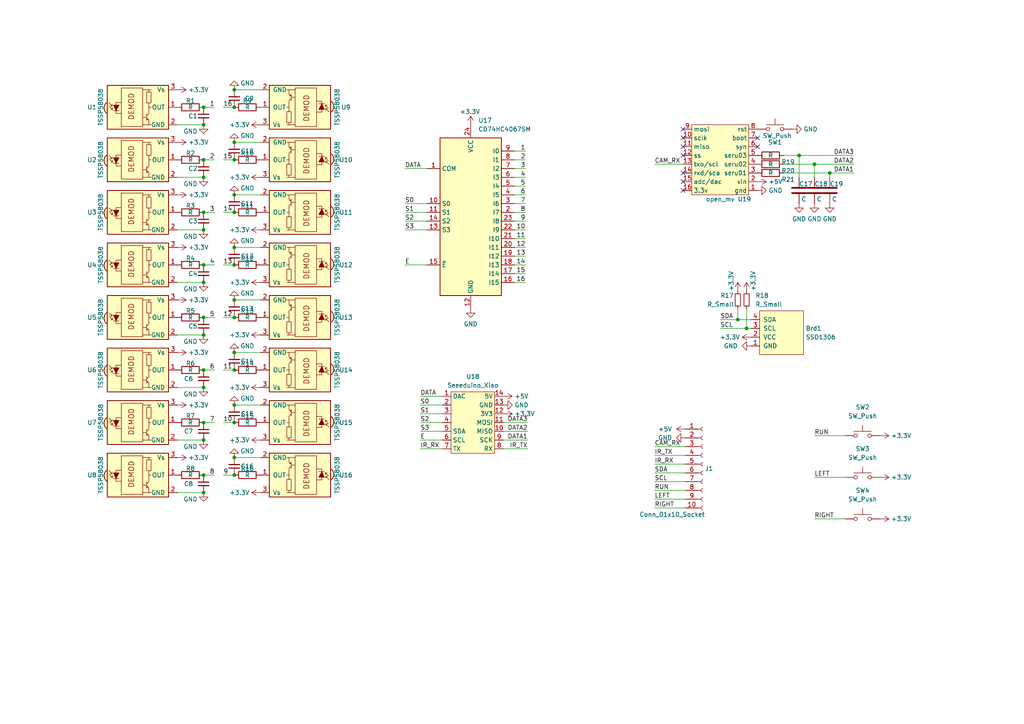
<source format=kicad_sch>
(kicad_sch (version 20230121) (generator eeschema)
  (paper "A4")
  (lib_symbols
    (symbol "74xx:CD74HC4067SM"
      (property "Reference" "U" (at -8.89 22.86 0))
      (property "Value" "CD74HC4067SM" (at 1.27 22.86 0))
      (symbol "CD74HC4067SM_0_1"
        (rectangle (start -8.89 21.59) (end 8.89 -24.13) (stroke (width 0.254)) (fill (type background)))
      )
      (symbol "CD74HC4067SM_1_1"
        (pin passive line (at -12.7 12.7 0) (length 3.81) (name "COM") (number "1"))
        (pin input line (at -12.7 2.54 0) (length 3.81) (name "S0") (number "10"))
        (pin input line (at -12.7 0 0) (length 3.81) (name "S1") (number "11"))
        (pin power_in line (at 0 -27.94 90) (length 3.81) (name "GND") (number "12"))
        (pin input line (at -12.7 -5.08 0) (length 3.81) (name "S3") (number "13"))
        (pin input line (at -12.7 -2.54 0) (length 3.81) (name "S2") (number "14"))
        (pin input line (at -12.7 -15.24 0) (length 3.81) (name "~{E}") (number "15"))
        (pin passive line (at 12.7 -20.32 180) (length 3.81) (name "I15") (number "16"))
        (pin passive line (at 12.7 -17.78 180) (length 3.81) (name "I14") (number "17"))
        (pin passive line (at 12.7 -15.24 180) (length 3.81) (name "I13") (number "18"))
        (pin passive line (at 12.7 -12.7 180) (length 3.81) (name "I12") (number "19"))
        (pin passive line (at 12.7 0 180) (length 3.81) (name "I7") (number "2"))
        (pin passive line (at 12.7 -10.16 180) (length 3.81) (name "I11") (number "20"))
        (pin passive line (at 12.7 -7.62 180) (length 3.81) (name "I10") (number "21"))
        (pin passive line (at 12.7 -5.08 180) (length 3.81) (name "I9") (number "22"))
        (pin passive line (at 12.7 -2.54 180) (length 3.81) (name "I8") (number "23"))
        (pin power_in line (at 0 25.4 270) (length 3.81) (name "VCC") (number "24"))
        (pin passive line (at 12.7 2.54 180) (length 3.81) (name "I6") (number "3"))
        (pin passive line (at 12.7 5.08 180) (length 3.81) (name "I5") (number "4"))
        (pin passive line (at 12.7 7.62 180) (length 3.81) (name "I4") (number "5"))
        (pin passive line (at 12.7 10.16 180) (length 3.81) (name "I3") (number "6"))
        (pin passive line (at 12.7 12.7 180) (length 3.81) (name "I2") (number "7"))
        (pin passive line (at 12.7 15.24 180) (length 3.81) (name "I1") (number "8"))
        (pin passive line (at 12.7 17.78 180) (length 3.81) (name "I0") (number "9"))
      )
    )
    (symbol "Connector:Conn_01x10_Socket" (pin_names (offset 1.016) hide)
      (property "Reference" "J" (at 0 12.7 0))
      (property "Value" "Conn_01x10_Socket" (at 0 -15.24 0))
      (symbol "Conn_01x10_Socket_1_1"
        (arc (start 0 -12.192) (mid -0.5058 -12.7) (end 0 -13.208) (stroke (width 0.1524)))
        (arc (start 0 -9.652) (mid -0.5058 -10.16) (end 0 -10.668) (stroke (width 0.1524)))
        (arc (start 0 -7.112) (mid -0.5058 -7.62) (end 0 -8.128) (stroke (width 0.1524)))
        (arc (start 0 -4.572) (mid -0.5058 -5.08) (end 0 -5.588) (stroke (width 0.1524)))
        (arc (start 0 -2.032) (mid -0.5058 -2.54) (end 0 -3.048) (stroke (width 0.1524)))
        (polyline (pts (xy -1.27 -12.7) (xy -0.508 -12.7)) (stroke (width 0.1524)))
        (polyline (pts (xy -1.27 -10.16) (xy -0.508 -10.16)) (stroke (width 0.1524)))
        (polyline (pts (xy -1.27 -7.62) (xy -0.508 -7.62)) (stroke (width 0.1524)))
        (polyline (pts (xy -1.27 -5.08) (xy -0.508 -5.08)) (stroke (width 0.1524)))
        (polyline (pts (xy -1.27 -2.54) (xy -0.508 -2.54)) (stroke (width 0.1524)))
        (polyline (pts (xy -1.27 0) (xy -0.508 0)) (stroke (width 0.1524)))
        (polyline (pts (xy -1.27 2.54) (xy -0.508 2.54)) (stroke (width 0.1524)))
        (polyline (pts (xy -1.27 5.08) (xy -0.508 5.08)) (stroke (width 0.1524)))
        (polyline (pts (xy -1.27 7.62) (xy -0.508 7.62)) (stroke (width 0.1524)))
        (polyline (pts (xy -1.27 10.16) (xy -0.508 10.16)) (stroke (width 0.1524)))
        (arc (start 0 0.508) (mid -0.5058 0) (end 0 -0.508) (stroke (width 0.1524)))
        (arc (start 0 3.048) (mid -0.5058 2.54) (end 0 2.032) (stroke (width 0.1524)))
        (arc (start 0 5.588) (mid -0.5058 5.08) (end 0 4.572) (stroke (width 0.1524)))
        (arc (start 0 8.128) (mid -0.5058 7.62) (end 0 7.112) (stroke (width 0.1524)))
        (arc (start 0 10.668) (mid -0.5058 10.16) (end 0 9.652) (stroke (width 0.1524)))
        (pin passive line (at -5.08 10.16 0) (length 3.81) (name "Pin_1") (number "1"))
        (pin passive line (at -5.08 -12.7 0) (length 3.81) (name "Pin_10") (number "10"))
        (pin passive line (at -5.08 7.62 0) (length 3.81) (name "Pin_2") (number "2"))
        (pin passive line (at -5.08 5.08 0) (length 3.81) (name "Pin_3") (number "3"))
        (pin passive line (at -5.08 2.54 0) (length 3.81) (name "Pin_4") (number "4"))
        (pin passive line (at -5.08 0 0) (length 3.81) (name "Pin_5") (number "5"))
        (pin passive line (at -5.08 -2.54 0) (length 3.81) (name "Pin_6") (number "6"))
        (pin passive line (at -5.08 -5.08 0) (length 3.81) (name "Pin_7") (number "7"))
        (pin passive line (at -5.08 -7.62 0) (length 3.81) (name "Pin_8") (number "8"))
        (pin passive line (at -5.08 -10.16 0) (length 3.81) (name "Pin_9") (number "9"))
      )
    )
    (symbol "Device:C" (pin_numbers hide) (pin_names (offset 0.254))
      (property "Reference" "C" (at 0.635 2.54 0))
      (property "Value" "C" (at 0.635 -2.54 0))
      (symbol "C_0_1"
        (polyline (pts (xy -2.032 -0.762) (xy 2.032 -0.762)) (stroke (width 0.508)))
        (polyline (pts (xy -2.032 0.762) (xy 2.032 0.762)) (stroke (width 0.508)))
      )
      (symbol "C_1_1"
        (pin passive line (at 0 3.81 270) (length 2.794) (name "~") (number "1"))
        (pin passive line (at 0 -3.81 90) (length 2.794) (name "~") (number "2"))
      )
    )
    (symbol "Device:C_Small" (pin_numbers hide) (pin_names (offset 0.254) hide)
      (property "Reference" "C" (at 0.254 1.778 0))
      (property "Value" "C_Small" (at 0.254 -2.032 0))
      (symbol "C_Small_0_1"
        (polyline (pts (xy -1.524 -0.508) (xy 1.524 -0.508)) (stroke (width 0.3302)))
        (polyline (pts (xy -1.524 0.508) (xy 1.524 0.508)) (stroke (width 0.3048)))
      )
      (symbol "C_Small_1_1"
        (pin passive line (at 0 2.54 270) (length 2.032) (name "~") (number "1"))
        (pin passive line (at 0 -2.54 90) (length 2.032) (name "~") (number "2"))
      )
    )
    (symbol "Device:R" (pin_numbers hide) (pin_names (offset 0))
      (property "Reference" "R" (at 2.032 0 90))
      (property "Value" "R" (at 0 0 90))
      (symbol "R_0_1"
        (rectangle (start -1.016 -2.54) (end 1.016 2.54) (stroke (width 0.254)))
      )
      (symbol "R_1_1"
        (pin passive line (at 0 3.81 270) (length 1.27) (name "~") (number "1"))
        (pin passive line (at 0 -3.81 90) (length 1.27) (name "~") (number "2"))
      )
    )
    (symbol "Device:R_Small" (pin_numbers hide) (pin_names (offset 0.254) hide)
      (property "Reference" "R" (at 0.762 0.508 0))
      (property "Value" "R_Small" (at 0.762 -1.016 0))
      (symbol "R_Small_0_1"
        (rectangle (start -0.762 1.778) (end 0.762 -1.778) (stroke (width 0.2032)))
      )
      (symbol "R_Small_1_1"
        (pin passive line (at 0 2.54 270) (length 0.762) (name "~") (number "1"))
        (pin passive line (at 0 -2.54 90) (length 0.762) (name "~") (number "2"))
      )
    )
    (symbol "SSD1306-128x64_OLED:SSD1306" (pin_names (offset 1.016))
      (property "Reference" "Brd" (at 0 -3.81 0))
      (property "Value" "SSD1306" (at 0 -1.27 0))
      (symbol "SSD1306_0_1"
        (rectangle (start -6.35 6.35) (end 6.35 -6.35) (fill (type background)))
      )
      (symbol "SSD1306_1_1"
        (pin input line (at -3.81 8.89 270) (length 2.54) (name "GND") (number "1"))
        (pin input line (at -1.27 8.89 270) (length 2.54) (name "VCC") (number "2"))
        (pin input line (at 1.27 8.89 270) (length 2.54) (name "SCL") (number "3"))
        (pin input line (at 3.81 8.89 270) (length 2.54) (name "SDA") (number "4"))
      )
    )
    (symbol "Sensor_Proximity:TSSP58038" (pin_names (offset 1.016))
      (property "Reference" "U" (at -10.16 7.62 0))
      (property "Value" "TSSP58038" (at -10.16 -7.62 0))
      (symbol "TSSP58038_0_0"
        (arc (start -10.287 1.397) (mid -11.0899 -0.1852) (end -10.287 -1.778) (stroke (width 0.254)) (fill (type background)))
        (polyline (pts (xy 1.905 -5.08) (xy 0.127 -5.08)))
        (polyline (pts (xy 1.905 5.08) (xy 0.127 5.08)))
        (text "DEMOD" (at -3.175 0.254 900) (effects (font (size 1.524 1.524))))
      )
      (symbol "TSSP58038_0_1"
        (rectangle (start -6.096 5.588) (end 0.127 -5.588))
        (polyline (pts (xy -8.763 0.381) (xy -9.652 1.27)))
        (polyline (pts (xy -8.763 0.381) (xy -9.271 0.381)))
        (polyline (pts (xy -8.763 0.381) (xy -8.763 0.889)))
        (polyline (pts (xy -8.636 -0.635) (xy -9.525 0.254)))
        (polyline (pts (xy -8.636 -0.635) (xy -9.144 -0.635)))
        (polyline (pts (xy -8.636 -0.635) (xy -8.636 -0.127)))
        (polyline (pts (xy -8.382 -1.016) (xy -6.731 -1.016)))
        (polyline (pts (xy 1.27 -2.921) (xy 0.127 -2.921)))
        (polyline (pts (xy 1.27 -1.905) (xy 1.27 -3.81)))
        (polyline (pts (xy 1.397 -3.556) (xy 1.524 -3.556)))
        (polyline (pts (xy 1.651 -3.556) (xy 1.524 -3.556)))
        (polyline (pts (xy 1.651 -3.556) (xy 1.651 -3.302)))
        (polyline (pts (xy 1.905 0) (xy 1.905 1.27)))
        (polyline (pts (xy 1.905 4.445) (xy 1.905 5.08) (xy 2.54 5.08)))
        (polyline (pts (xy -8.382 0.635) (xy -6.731 0.635) (xy -7.62 -1.016) (xy -8.382 0.635)) (fill (type outline)))
        (polyline (pts (xy -6.096 1.397) (xy -7.62 1.397) (xy -7.62 -1.778) (xy -6.096 -1.778)))
        (polyline (pts (xy 1.27 -3.175) (xy 1.905 -3.81) (xy 1.905 -5.08) (xy 2.54 -5.08)))
        (polyline (pts (xy 1.27 -2.54) (xy 1.905 -1.905) (xy 1.905 0) (xy 2.54 0)))
        (rectangle (start 2.54 1.27) (end 1.27 4.445))
        (rectangle (start 7.62 6.35) (end -10.16 -6.35) (stroke (width 0.254)) (fill (type background)))
      )
      (symbol "TSSP58038_1_1"
        (pin output line (at 10.16 0 180) (length 2.54) (name "OUT") (number "1"))
        (pin power_in line (at 10.16 -5.08 180) (length 2.54) (name "GND") (number "2"))
        (pin power_in line (at 10.16 5.08 180) (length 2.54) (name "Vs") (number "3"))
      )
    )
    (symbol "Switch:SW_Push" (pin_numbers hide) (pin_names (offset 1.016) hide)
      (property "Reference" "SW" (at 1.27 2.54 0))
      (property "Value" "SW_Push" (at 0 -1.524 0))
      (symbol "SW_Push_0_1"
        (circle (center -2.032 0) (radius 0.508))
        (polyline (pts (xy 0 1.27) (xy 0 3.048)))
        (polyline (pts (xy 2.54 1.27) (xy -2.54 1.27)))
        (circle (center 2.032 0) (radius 0.508))
        (pin passive line (at -5.08 0 0) (length 2.54) (name "1") (number "1"))
        (pin passive line (at 5.08 0 180) (length 2.54) (name "2") (number "2"))
      )
    )
    (symbol "open_mv:open_mv"
      (property "Reference" "U" (at 0 3.81 0))
      (property "Value" "open_mv" (at 0 1.27 0))
      (symbol "open_mv_0_1"
        (rectangle (start -8.89 0) (end 7.62 -20.32) (fill (type background)))
      )
      (symbol "open_mv_1_1"
        (pin bidirectional line (at 10.16 -19.05 180) (length 2.54) (name "gnd") (number "1"))
        (pin bidirectional line (at -11.43 -3.81 0) (length 2.54) (name "sclk") (number "10"))
        (pin bidirectional line (at -11.43 -6.35 0) (length 2.54) (name "miso") (number "11"))
        (pin bidirectional line (at -11.43 -8.89 0) (length 2.54) (name "ss") (number "12"))
        (pin bidirectional line (at -11.43 -11.43 0) (length 2.54) (name "txo/scl") (number "13"))
        (pin bidirectional line (at -11.43 -13.97 0) (length 2.54) (name "rxd/sca") (number "14"))
        (pin bidirectional line (at -11.43 -16.51 0) (length 2.54) (name "adc/dac") (number "15"))
        (pin power_out line (at -11.43 -19.05 0) (length 2.54) (name "3.3v") (number "16"))
        (pin power_out line (at 10.16 -16.51 180) (length 2.54) (name "vin") (number "2"))
        (pin bidirectional line (at 10.16 -13.97 180) (length 2.54) (name "seru01") (number "3"))
        (pin bidirectional line (at 10.16 -11.43 180) (length 2.54) (name "seru02") (number "4"))
        (pin bidirectional line (at 10.16 -8.89 180) (length 2.54) (name "seru03") (number "5"))
        (pin bidirectional line (at 10.16 -6.35 180) (length 2.54) (name "syn") (number "6"))
        (pin bidirectional line (at 10.16 -3.81 180) (length 2.54) (name "boot") (number "7"))
        (pin bidirectional line (at 10.16 -1.27 180) (length 2.54) (name "rst") (number "8"))
        (pin bidirectional line (at -11.43 -1.27 0) (length 2.54) (name "mosi") (number "9"))
      )
    )
    (symbol "power:+3.3V" (power) (pin_names (offset 0))
      (property "Value" "+3.3V" (at 0 3.556 0))
      (symbol "+3.3V_0_1"
        (polyline (pts (xy -0.762 1.27) (xy 0 2.54)))
        (polyline (pts (xy 0 0) (xy 0 2.54)))
        (polyline (pts (xy 0 2.54) (xy 0.762 1.27)))
      )
      (symbol "+3.3V_1_1"
        (pin power_in line (at 0 0 90) (length 0) hide (name "+3.3V") (number "1"))
      )
    )
    (symbol "power:+5V" (power) (pin_names (offset 0))
      (property "Value" "+5V" (at 0 3.556 0))
      (symbol "+5V_0_1"
        (polyline (pts (xy -0.762 1.27) (xy 0 2.54)))
        (polyline (pts (xy 0 0) (xy 0 2.54)))
        (polyline (pts (xy 0 2.54) (xy 0.762 1.27)))
      )
      (symbol "+5V_1_1"
        (pin power_in line (at 0 0 90) (length 0) hide (name "+5V") (number "1"))
      )
    )
    (symbol "power:GND" (power) (pin_names (offset 0))
      (property "Value" "GND" (at 0 -3.81 0))
      (symbol "GND_0_1"
        (polyline (pts (xy 0 0) (xy 0 -1.27) (xy 1.27 -1.27) (xy 0 -2.54) (xy -1.27 -1.27) (xy 0 -1.27)))
      )
      (symbol "GND_1_1"
        (pin power_in line (at 0 0 270) (length 0) hide (name "GND") (number "1"))
      )
    )
    (symbol "seeeduino_xiao:Seeeduino_Xiao"
      (property "Reference" "U" (at 0 12.7 0))
      (property "Value" "Seeeduino_Xiao" (at 0 10.16 0))
      (symbol "Seeeduino_Xiao_0_1"
        (rectangle (start -6.35 7.62) (end 6.35 -10.16) (fill (type background)))
      )
      (symbol "Seeeduino_Xiao_1_1"
        (pin bidirectional line (at -8.89 6.35 0) (length 2.54) (name "DAC") (number "1"))
        (pin bidirectional line (at 8.89 -3.81 180) (length 2.54) (name "MISO") (number "10"))
        (pin bidirectional line (at 8.89 -1.27 180) (length 2.54) (name "MOSI") (number "11"))
        (pin power_out line (at 8.89 1.27 180) (length 2.54) (name "3V3") (number "12"))
        (pin bidirectional line (at 8.89 3.81 180) (length 2.54) (name "GND") (number "13"))
        (pin power_in line (at 8.89 6.35 180) (length 2.54) (name "5V") (number "14"))
        (pin bidirectional line (at -8.89 3.81 0) (length 2.54) (name "") (number "2"))
        (pin bidirectional line (at -8.89 1.27 0) (length 2.54) (name "") (number "3"))
        (pin bidirectional line (at -8.89 -1.27 0) (length 2.54) (name "") (number "4"))
        (pin bidirectional line (at -8.89 -3.81 0) (length 2.54) (name "SDA") (number "5"))
        (pin bidirectional line (at -8.89 -6.35 0) (length 2.54) (name "SCL") (number "6"))
        (pin bidirectional line (at -8.89 -8.89 0) (length 2.54) (name "TX") (number "7"))
        (pin bidirectional line (at 8.89 -8.89 180) (length 2.54) (name "RX") (number "8"))
        (pin bidirectional line (at 8.89 -6.35 180) (length 2.54) (name "SCK") (number "9"))
      )
    )
  )
  (junction (at 59.055 112.395))
  (junction (at 236.22 47.625))
  (junction (at 67.945 86.995))
  (junction (at 67.945 92.075))
  (junction (at 67.945 71.755))
  (junction (at 67.945 132.715))
  (junction (at 59.055 46.355))
  (junction (at 67.945 137.795))
  (junction (at 59.055 51.435))
  (junction (at 59.055 31.115))
  (junction (at 67.945 41.275))
  (junction (at 59.055 97.155))
  (junction (at 59.055 142.875))
  (junction (at 59.055 137.795))
  (junction (at 59.055 76.835))
  (junction (at 67.945 26.035))
  (junction (at 59.055 107.315))
  (junction (at 67.945 117.475))
  (junction (at 240.665 50.165))
  (junction (at 59.055 66.675))
  (junction (at 67.945 107.315))
  (junction (at 216.535 95.25))
  (junction (at 67.945 61.595))
  (junction (at 59.055 61.595))
  (junction (at 67.945 31.115))
  (junction (at 67.945 76.835))
  (junction (at 59.055 81.915))
  (junction (at 59.055 36.195))
  (junction (at 59.055 92.075))
  (junction (at 67.945 56.515))
  (junction (at 213.995 92.71))
  (junction (at 67.945 102.235))
  (junction (at 67.945 122.555))
  (junction (at 231.775 45.085))
  (junction (at 67.945 46.355))
  (junction (at 59.055 127.635))
  (junction (at 59.055 122.555))
  (no_connect (at 198.12 52.705))
  (no_connect (at 198.12 45.085))
  (no_connect (at 198.12 37.465))
  (no_connect (at 198.12 55.245))
  (no_connect (at 198.12 50.165))
  (no_connect (at 198.12 40.005))
  (no_connect (at 198.12 42.545))
  (no_connect (at 219.71 40.005))
  (no_connect (at 219.71 42.545))
  (wire (pts (xy 51.435 97.155) (xy 59.055 97.155)))
  (wire (pts (xy 152.4 81.915) (xy 149.225 81.915)))
  (wire (pts (xy 121.92 120.015) (xy 128.27 120.015)))
  (wire (pts (xy 121.92 122.555) (xy 128.27 122.555)))
  (wire (pts (xy 117.475 76.835) (xy 123.825 76.835)))
  (wire (pts (xy 75.565 41.275) (xy 67.945 41.275)))
  (wire (pts (xy 64.77 92.075) (xy 67.945 92.075)))
  (wire (pts (xy 152.4 43.815) (xy 149.225 43.815)))
  (wire (pts (xy 152.4 56.515) (xy 149.225 56.515)))
  (wire (pts (xy 62.23 137.795) (xy 59.055 137.795)))
  (wire (pts (xy 117.475 64.135) (xy 123.825 64.135)))
  (wire (pts (xy 213.995 92.71) (xy 217.805 92.71)))
  (wire (pts (xy 153.035 130.175) (xy 146.05 130.175)))
  (wire (pts (xy 189.865 137.16) (xy 198.755 137.16)))
  (wire (pts (xy 64.77 61.595) (xy 67.945 61.595)))
  (wire (pts (xy 64.77 31.115) (xy 67.945 31.115)))
  (wire (pts (xy 189.865 144.78) (xy 198.755 144.78)))
  (wire (pts (xy 236.22 138.43) (xy 245.11 138.43)))
  (wire (pts (xy 231.775 45.085) (xy 231.775 51.435)))
  (wire (pts (xy 121.92 114.935) (xy 128.27 114.935)))
  (wire (pts (xy 121.92 130.175) (xy 128.27 130.175)))
  (wire (pts (xy 189.865 134.62) (xy 198.755 134.62)))
  (wire (pts (xy 236.22 47.625) (xy 247.65 47.625)))
  (wire (pts (xy 121.92 127.635) (xy 128.27 127.635)))
  (wire (pts (xy 189.865 129.54) (xy 198.755 129.54)))
  (wire (pts (xy 216.535 95.25) (xy 217.805 95.25)))
  (wire (pts (xy 75.565 102.235) (xy 67.945 102.235)))
  (wire (pts (xy 236.22 47.625) (xy 236.22 51.435)))
  (wire (pts (xy 227.33 45.085) (xy 231.775 45.085)))
  (wire (pts (xy 152.4 71.755) (xy 149.225 71.755)))
  (wire (pts (xy 189.865 47.625) (xy 198.12 47.625)))
  (wire (pts (xy 152.4 51.435) (xy 149.225 51.435)))
  (wire (pts (xy 153.035 122.555) (xy 146.05 122.555)))
  (wire (pts (xy 189.865 147.32) (xy 198.755 147.32)))
  (wire (pts (xy 227.33 50.165) (xy 240.665 50.165)))
  (wire (pts (xy 117.475 48.895) (xy 123.825 48.895)))
  (wire (pts (xy 64.77 76.835) (xy 67.945 76.835)))
  (wire (pts (xy 152.4 79.375) (xy 149.225 79.375)))
  (wire (pts (xy 208.915 92.71) (xy 213.995 92.71)))
  (wire (pts (xy 51.435 142.875) (xy 59.055 142.875)))
  (wire (pts (xy 189.865 139.7) (xy 198.755 139.7)))
  (wire (pts (xy 240.665 50.165) (xy 240.665 51.435)))
  (wire (pts (xy 152.4 64.135) (xy 149.225 64.135)))
  (wire (pts (xy 213.995 89.535) (xy 213.995 92.71)))
  (wire (pts (xy 227.33 47.625) (xy 236.22 47.625)))
  (wire (pts (xy 75.565 71.755) (xy 67.945 71.755)))
  (wire (pts (xy 152.4 74.295) (xy 149.225 74.295)))
  (wire (pts (xy 152.4 46.355) (xy 149.225 46.355)))
  (wire (pts (xy 51.435 36.195) (xy 59.055 36.195)))
  (wire (pts (xy 152.4 76.835) (xy 149.225 76.835)))
  (wire (pts (xy 75.565 26.035) (xy 67.945 26.035)))
  (wire (pts (xy 152.4 66.675) (xy 149.225 66.675)))
  (wire (pts (xy 153.035 125.095) (xy 146.05 125.095)))
  (wire (pts (xy 51.435 81.915) (xy 59.055 81.915)))
  (wire (pts (xy 117.475 61.595) (xy 123.825 61.595)))
  (wire (pts (xy 62.23 76.835) (xy 59.055 76.835)))
  (wire (pts (xy 62.23 92.075) (xy 59.055 92.075)))
  (wire (pts (xy 51.435 127.635) (xy 59.055 127.635)))
  (wire (pts (xy 62.23 46.355) (xy 59.055 46.355)))
  (wire (pts (xy 240.665 50.165) (xy 247.65 50.165)))
  (wire (pts (xy 64.77 107.315) (xy 67.945 107.315)))
  (wire (pts (xy 51.435 112.395) (xy 59.055 112.395)))
  (wire (pts (xy 153.035 127.635) (xy 146.05 127.635)))
  (wire (pts (xy 51.435 51.435) (xy 59.055 51.435)))
  (wire (pts (xy 62.23 61.595) (xy 59.055 61.595)))
  (wire (pts (xy 75.565 117.475) (xy 67.945 117.475)))
  (wire (pts (xy 64.77 46.355) (xy 67.945 46.355)))
  (wire (pts (xy 208.915 95.25) (xy 216.535 95.25)))
  (wire (pts (xy 236.22 150.495) (xy 245.11 150.495)))
  (wire (pts (xy 51.435 66.675) (xy 59.055 66.675)))
  (wire (pts (xy 64.77 137.795) (xy 67.945 137.795)))
  (wire (pts (xy 117.475 59.055) (xy 123.825 59.055)))
  (wire (pts (xy 75.565 56.515) (xy 67.945 56.515)))
  (wire (pts (xy 152.4 69.215) (xy 149.225 69.215)))
  (wire (pts (xy 121.92 117.475) (xy 128.27 117.475)))
  (wire (pts (xy 231.775 45.085) (xy 247.65 45.085)))
  (wire (pts (xy 62.23 107.315) (xy 59.055 107.315)))
  (wire (pts (xy 152.4 53.975) (xy 149.225 53.975)))
  (wire (pts (xy 75.565 132.715) (xy 67.945 132.715)))
  (wire (pts (xy 62.23 31.115) (xy 59.055 31.115)))
  (wire (pts (xy 189.865 132.08) (xy 198.755 132.08)))
  (wire (pts (xy 189.865 142.24) (xy 198.755 142.24)))
  (wire (pts (xy 152.4 59.055) (xy 149.225 59.055)))
  (wire (pts (xy 62.23 122.555) (xy 59.055 122.555)))
  (wire (pts (xy 64.77 122.555) (xy 67.945 122.555)))
  (wire (pts (xy 152.4 48.895) (xy 149.225 48.895)))
  (wire (pts (xy 117.475 66.675) (xy 123.825 66.675)))
  (wire (pts (xy 216.535 89.535) (xy 216.535 95.25)))
  (wire (pts (xy 75.565 86.995) (xy 67.945 86.995)))
  (wire (pts (xy 152.4 61.595) (xy 149.225 61.595)))
  (wire (pts (xy 236.22 126.365) (xy 245.11 126.365)))
  (wire (pts (xy 121.92 125.095) (xy 128.27 125.095)))
  (label "IR_TX" (at 189.865 132.08 0))
  (label "10" (at 152.4 66.675 180))
  (label "DATA3" (at 247.65 45.085 180))
  (label "DATA1" (at 153.035 127.635 180))
  (label "12" (at 64.77 92.075 0))
  (label "S3" (at 117.475 66.675 0))
  (label "S1" (at 117.475 61.595 0))
  (label "DATA2" (at 153.035 125.095 180))
  (label "8" (at 62.23 137.795 180))
  (label "SDA" (at 208.915 92.71 0))
  (label "11" (at 64.77 107.315 0))
  (label "SDA" (at 189.865 137.16 0))
  (label "4" (at 62.23 76.835 180))
  (label "E" (at 117.475 76.835 0))
  (label "S1" (at 121.92 120.015 0))
  (label "RIGHT" (at 236.22 150.495 0))
  (label "S3" (at 121.92 125.095 0))
  (label "IR_RX" (at 121.92 130.175 0))
  (label "SCL" (at 208.915 95.25 0))
  (label "13" (at 64.77 76.835 0))
  (label "7" (at 62.23 122.555 180))
  (label "S0" (at 121.92 117.475 0))
  (label "10" (at 64.77 122.555 0))
  (label "DATA2" (at 247.65 47.625 180))
  (label "LEFT" (at 189.865 144.78 0))
  (label "S2" (at 117.475 64.135 0))
  (label "14" (at 64.77 61.595 0))
  (label "7" (at 152.4 59.055 180))
  (label "5" (at 62.23 92.075 180))
  (label "CAM_RX" (at 189.865 47.625 0))
  (label "IR_TX" (at 153.035 130.175 180))
  (label "9" (at 152.4 64.135 180))
  (label "4" (at 152.4 51.435 180))
  (label "16" (at 152.4 81.915 180))
  (label "3" (at 152.4 48.895 180))
  (label "13" (at 152.4 74.295 180))
  (label "15" (at 152.4 79.375 180))
  (label "S2" (at 121.92 122.555 0))
  (label "14" (at 152.4 76.835 180))
  (label "LEFT" (at 236.22 138.43 0))
  (label "5" (at 152.4 53.975 180))
  (label "16" (at 64.77 31.115 0))
  (label "RIGHT" (at 189.865 147.32 0))
  (label "2" (at 152.4 46.355 180))
  (label "1" (at 152.4 43.815 180))
  (label "2" (at 62.23 46.355 180))
  (label "11" (at 152.4 69.215 180))
  (label "CAM_RX" (at 189.865 129.54 0))
  (label "12" (at 152.4 71.755 180))
  (label "8" (at 152.4 61.595 180))
  (label "RUN" (at 236.22 126.365 0))
  (label "RUN" (at 189.865 142.24 0))
  (label "DATA3" (at 153.035 122.555 180))
  (label "9" (at 64.77 137.795 0))
  (label "DATA" (at 121.92 114.935 0))
  (label "IR_RX" (at 189.865 134.62 0))
  (label "DATA1" (at 247.65 50.165 180))
  (label "15" (at 64.77 46.355 0))
  (label "SCL" (at 189.865 139.7 0))
  (label "S0" (at 117.475 59.055 0))
  (label "E" (at 121.92 127.635 0))
  (label "1" (at 62.23 31.115 180))
  (label "6" (at 152.4 56.515 180))
  (label "DATA" (at 117.475 48.895 0))
  (label "6" (at 62.23 107.315 180))
  (label "3" (at 62.23 61.595 180))
  (symbol (lib_id "Device:R_Small") (at 216.535 86.995 0) (unit 1)
    (property "Reference" "R18" (at 219.075 85.725 0) (effects (justify left)))
    (property "Value" "R_Small" (at 219.075 88.265 0) (effects (justify left)))
  )
  (symbol (lib_id "power:+3.3V") (at 75.565 142.875 90) (unit 1)
    (property "Reference" "#PWR032" (effects hide))
    (property "Value" "+3.3V" (at 72.39 142.875 90) (effects (justify left)))
  )
  (symbol (lib_id "Device:R") (at 55.245 122.555 90) (unit 1)
    (property "Reference" "R7" (at 55.245 120.65 90))
    (property "Value" "R" (at 55.245 122.555 90))
    (property "Footprint" "Resistor_SMD:R_0402_1005Metric" (effects hide))
    (property "LCSC" "C25741" (effects hide))
  )
  (symbol (lib_id "power:GND") (at 146.05 117.475 90) (unit 1)
    (property "Reference" "#PWR036" (effects hide))
    (property "Value" "GND" (at 149.225 117.475 90) (effects (justify right)))
  )
  (symbol (lib_id "Device:C_Small") (at 67.945 59.055 180) (unit 1)
    (property "Reference" "C11" (at 73.66 59.055 0) (effects (justify left)))
    (property "Value" "C_Small" (effects hide))
    (property "Footprint" "Capacitor_SMD:C_0402_1005Metric" (effects hide))
  )
  (symbol (lib_id "power:GND") (at 236.22 59.055 0) (unit 1)
    (property "Reference" "#PWR048" (effects hide))
    (property "Value" "GND" (at 236.22 63.5 0))
  )
  (symbol (lib_id "Device:R") (at 55.245 92.075 90) (unit 1)
    (property "Reference" "R5" (at 55.245 90.17 90))
    (property "Value" "R" (at 55.245 92.075 90))
    (property "Footprint" "Resistor_SMD:R_0402_1005Metric" (effects hide))
    (property "LCSC" "C25741" (effects hide))
  )
  (symbol (lib_id "power:+3.3V") (at 75.565 66.675 90) (unit 1)
    (property "Reference" "#PWR027" (effects hide))
    (property "Value" "+3.3V" (at 72.39 66.675 90) (effects (justify left)))
  )
  (symbol (lib_id "power:+3.3V") (at 51.435 26.035 270) (unit 1)
    (property "Reference" "#PWR01" (effects hide))
    (property "Value" "+3.3V" (at 54.61 26.035 90) (effects (justify left)))
  )
  (symbol (lib_id "Switch:SW_Push") (at 224.79 37.465 0) (unit 1)
    (property "Reference" "SW1" (at 224.79 41.275 0))
    (property "Value" "SW_Push" (at 225.425 39.37 0))
    (property "Footprint" "Button_Switch_THT:SW_PUSH_6mm_H4.3mm" (effects hide))
  )
  (symbol (lib_id "power:GND") (at 198.755 127 270) (unit 1)
    (property "Reference" "#PWR039" (effects hide))
    (property "Value" "GND" (at 194.945 127 90) (effects (justify right)))
  )
  (symbol (lib_id "power:GND") (at 59.055 97.155 0) (unit 1)
    (property "Reference" "#PWR013" (effects hide))
    (property "Value" "GND" (at 55.245 99.06 0))
  )
  (symbol (lib_id "Device:C_Small") (at 67.945 74.295 180) (unit 1)
    (property "Reference" "C12" (at 73.66 74.295 0) (effects (justify left)))
    (property "Value" "C_Small" (effects hide))
    (property "Footprint" "Capacitor_SMD:C_0402_1005Metric" (effects hide))
  )
  (symbol (lib_id "Sensor_Proximity:TSSP58038") (at 41.275 46.355 0) (unit 1)
    (property "Reference" "U2" (at 26.67 46.355 0))
    (property "Value" "TSSP58038" (at 29.21 46.355 90))
    (property "Footprint" "OptoDevice:Vishay_MINICAST-3Pin" (effects hide))
    (property "Datasheet" "http://www.vishay.com/docs/82476/tssp58p38.pdf" (effects hide))
  )
  (symbol (lib_id "Sensor_Proximity:TSSP58038") (at 85.725 31.115 180) (unit 1)
    (property "Reference" "U9" (at 100.33 31.115 0))
    (property "Value" "TSSP58038" (at 97.79 31.115 90))
    (property "Footprint" "OptoDevice:Vishay_MINICAST-3Pin" (effects hide))
    (property "Datasheet" "http://www.vishay.com/docs/82476/tssp58p38.pdf" (effects hide))
  )
  (symbol (lib_id "Device:C_Small") (at 59.055 94.615 0) (unit 1)
    (property "Reference" "C5" (at 54.61 94.615 0) (effects (justify left)))
    (property "Value" "C_Small" (effects hide))
    (property "Footprint" "Capacitor_SMD:C_0402_1005Metric" (effects hide))
  )
  (symbol (lib_id "Sensor_Proximity:TSSP58038") (at 41.275 76.835 0) (unit 1)
    (property "Reference" "U4" (at 26.67 76.835 0))
    (property "Value" "TSSP58038" (at 29.21 76.835 90))
    (property "Footprint" "OptoDevice:Vishay_MINICAST-3Pin" (effects hide))
    (property "Datasheet" "http://www.vishay.com/docs/82476/tssp58p38.pdf" (effects hide))
  )
  (symbol (lib_id "Device:C_Small") (at 67.945 120.015 180) (unit 1)
    (property "Reference" "C15" (at 73.66 120.015 0) (effects (justify left)))
    (property "Value" "C_Small" (effects hide))
    (property "Footprint" "Capacitor_SMD:C_0402_1005Metric" (effects hide))
  )
  (symbol (lib_id "power:GND") (at 231.775 59.055 0) (unit 1)
    (property "Reference" "#PWR047" (effects hide))
    (property "Value" "GND" (at 231.775 63.5 0))
  )
  (symbol (lib_id "Device:C_Small") (at 67.945 104.775 180) (unit 1)
    (property "Reference" "C14" (at 73.66 104.775 0) (effects (justify left)))
    (property "Value" "C_Small" (effects hide))
    (property "Footprint" "Capacitor_SMD:C_0402_1005Metric" (effects hide))
  )
  (symbol (lib_id "74xx:CD74HC4067SM") (at 136.525 61.595 0) (unit 1)
    (property "Reference" "U17" (at 138.7191 34.925 0) (effects (justify left)))
    (property "Value" "CD74HC4067SM" (at 138.7191 37.465 0) (effects (justify left)))
    (property "Footprint" "Package_SO:SSOP-24_5.3x8.2mm_P0.65mm" (effects hide))
    (property "Datasheet" "http://www.ti.com/lit/ds/symlink/cd74hc4067.pdf" (effects hide))
  )
  (symbol (lib_id "Device:R") (at 71.755 92.075 90) (unit 1)
    (property "Reference" "R13" (at 71.755 90.17 90))
    (property "Value" "R" (at 71.755 92.075 90))
    (property "Footprint" "Resistor_SMD:R_0402_1005Metric" (effects hide))
    (property "LCSC" "C25741" (effects hide))
  )
  (symbol (lib_id "power:+3.3V") (at 51.435 102.235 270) (unit 1)
    (property "Reference" "#PWR06" (effects hide))
    (property "Value" "+3.3V" (at 54.61 102.235 90) (effects (justify left)))
  )
  (symbol (lib_id "power:GND") (at 240.665 59.055 0) (unit 1)
    (property "Reference" "#PWR049" (effects hide))
    (property "Value" "GND" (at 240.665 63.5 0))
  )
  (symbol (lib_id "power:+3.3V") (at 75.565 51.435 90) (unit 1)
    (property "Reference" "#PWR026" (effects hide))
    (property "Value" "+3.3V" (at 72.39 51.435 90) (effects (justify left)))
  )
  (symbol (lib_id "Device:C_Small") (at 67.945 43.815 180) (unit 1)
    (property "Reference" "C10" (at 73.66 43.815 0) (effects (justify left)))
    (property "Value" "C_Small" (effects hide))
    (property "Footprint" "Capacitor_SMD:C_0402_1005Metric" (effects hide))
  )
  (symbol (lib_id "Device:R") (at 55.245 137.795 90) (unit 1)
    (property "Reference" "R8" (at 55.245 135.89 90))
    (property "Value" "R" (at 55.245 137.795 90))
    (property "Footprint" "Resistor_SMD:R_0402_1005Metric" (effects hide))
    (property "LCSC" "C25741" (effects hide))
  )
  (symbol (lib_id "power:+3.3V") (at 213.995 84.455 0) (unit 1)
    (property "Reference" "#PWR040" (effects hide))
    (property "Value" "+3.3V" (at 212.09 84.455 90) (effects (justify left)))
  )
  (symbol (lib_id "power:+3.3V") (at 51.435 71.755 270) (unit 1)
    (property "Reference" "#PWR04" (effects hide))
    (property "Value" "+3.3V" (at 54.61 71.755 90) (effects (justify left)))
  )
  (symbol (lib_id "power:+3.3V") (at 216.535 84.455 0) (unit 1)
    (property "Reference" "#PWR041" (effects hide))
    (property "Value" "+3.3V" (at 218.44 84.455 90) (effects (justify left)))
  )
  (symbol (lib_id "power:+3.3V") (at 255.27 138.43 270) (unit 1)
    (property "Reference" "#PWR051" (effects hide))
    (property "Value" "+3.3V" (at 258.445 138.43 90) (effects (justify left)))
  )
  (symbol (lib_id "power:GND") (at 59.055 51.435 0) (unit 1)
    (property "Reference" "#PWR010" (effects hide))
    (property "Value" "GND" (at 55.245 53.34 0))
  )
  (symbol (lib_id "power:+3.3V") (at 75.565 81.915 90) (unit 1)
    (property "Reference" "#PWR028" (effects hide))
    (property "Value" "+3.3V" (at 72.39 81.915 90) (effects (justify left)))
  )
  (symbol (lib_id "Switch:SW_Push") (at 250.19 138.43 0) (unit 1)
    (property "Reference" "SW3" (at 250.19 130.175 0))
    (property "Value" "SW_Push" (at 250.19 132.715 0))
    (property "Footprint" "Button_Switch_THT:SW_PUSH_6mm_H4.3mm" (effects hide))
  )
  (symbol (lib_id "Sensor_Proximity:TSSP58038") (at 41.275 92.075 0) (unit 1)
    (property "Reference" "U5" (at 26.67 92.075 0))
    (property "Value" "TSSP58038" (at 29.21 92.075 90))
    (property "Footprint" "OptoDevice:Vishay_MINICAST-3Pin" (effects hide))
    (property "Datasheet" "http://www.vishay.com/docs/82476/tssp58p38.pdf" (effects hide))
  )
  (symbol (lib_id "Device:R") (at 71.755 46.355 90) (unit 1)
    (property "Reference" "R10" (at 71.755 44.45 90))
    (property "Value" "R" (at 71.755 46.355 90))
    (property "Footprint" "Resistor_SMD:R_0402_1005Metric" (effects hide))
    (property "LCSC" "C25741" (effects hide))
  )
  (symbol (lib_id "power:GND") (at 67.945 102.235 180) (unit 1)
    (property "Reference" "#PWR022" (effects hide))
    (property "Value" "GND" (at 71.755 100.33 0))
  )
  (symbol (lib_id "Device:R") (at 223.52 50.165 90) (unit 1)
    (property "Reference" "R21" (at 228.6 52.07 90))
    (property "Value" "R" (at 223.52 50.165 90))
    (property "Footprint" "Resistor_THT:R_Axial_DIN0204_L3.6mm_D1.6mm_P5.08mm_Horizontal" (effects hide))
  )
  (symbol (lib_id "Device:C_Small") (at 59.055 64.135 0) (unit 1)
    (property "Reference" "C3" (at 54.61 64.135 0) (effects (justify left)))
    (property "Value" "C_Small" (effects hide))
    (property "Footprint" "Capacitor_SMD:C_0402_1005Metric" (effects hide))
  )
  (symbol (lib_id "power:+3.3V") (at 51.435 86.995 270) (unit 1)
    (property "Reference" "#PWR05" (effects hide))
    (property "Value" "+3.3V" (at 54.61 86.995 90) (effects (justify left)))
  )
  (symbol (lib_id "Device:R") (at 223.52 45.085 90) (unit 1)
    (property "Reference" "R19" (at 228.6 46.99 90))
    (property "Value" "R" (at 223.52 45.085 90))
    (property "Footprint" "Resistor_THT:R_Axial_DIN0204_L3.6mm_D1.6mm_P5.08mm_Horizontal" (effects hide))
  )
  (symbol (lib_id "Device:R") (at 71.755 76.835 90) (unit 1)
    (property "Reference" "R12" (at 71.755 74.93 90))
    (property "Value" "R" (at 71.755 76.835 90))
    (property "Footprint" "Resistor_SMD:R_0402_1005Metric" (effects hide))
    (property "LCSC" "C25741" (effects hide))
  )
  (symbol (lib_id "Sensor_Proximity:TSSP58038") (at 41.275 31.115 0) (unit 1)
    (property "Reference" "U1" (at 26.67 31.115 0))
    (property "Value" "TSSP58038" (at 29.21 31.115 90))
    (property "Footprint" "OptoDevice:Vishay_MINICAST-3Pin" (effects hide))
    (property "Datasheet" "http://www.vishay.com/docs/82476/tssp58p38.pdf" (effects hide))
  )
  (symbol (lib_id "power:GND") (at 67.945 86.995 180) (unit 1)
    (property "Reference" "#PWR021" (effects hide))
    (property "Value" "GND" (at 71.755 85.09 0))
  )
  (symbol (lib_id "power:+5V") (at 198.755 124.46 90) (unit 1)
    (property "Reference" "#PWR038" (effects hide))
    (property "Value" "+5V" (at 194.945 124.46 90) (effects (justify left)))
  )
  (symbol (lib_id "Device:R") (at 71.755 61.595 90) (unit 1)
    (property "Reference" "R11" (at 71.755 59.69 90))
    (property "Value" "R" (at 71.755 61.595 90))
    (property "Footprint" "Resistor_SMD:R_0402_1005Metric" (effects hide))
    (property "LCSC" "C25741" (effects hide))
  )
  (symbol (lib_id "SSD1306-128x64_OLED:SSD1306") (at 226.695 96.52 90) (unit 1)
    (property "Reference" "Brd1" (at 233.68 95.25 90) (effects (justify right)))
    (property "Value" "SSD1306" (at 233.68 97.79 90) (effects (justify right)))
    (property "Footprint" "Connector_PinHeader_2.54mm:PinHeader_1x04_P2.54mm_Vertical" (effects hide))
  )
  (symbol (lib_id "power:GND") (at 59.055 142.875 0) (unit 1)
    (property "Reference" "#PWR016" (effects hide))
    (property "Value" "GND" (at 55.245 144.78 0))
  )
  (symbol (lib_id "Device:C_Small") (at 59.055 140.335 0) (unit 1)
    (property "Reference" "C8" (at 53.34 140.335 0) (effects (justify left)))
    (property "Value" "C_Small" (effects hide))
    (property "Footprint" "Capacitor_SMD:C_0402_1005Metric" (effects hide))
  )
  (symbol (lib_id "power:GND") (at 67.945 71.755 180) (unit 1)
    (property "Reference" "#PWR020" (effects hide))
    (property "Value" "GND" (at 71.755 69.85 0))
  )
  (symbol (lib_id "power:GND") (at 67.945 56.515 180) (unit 1)
    (property "Reference" "#PWR019" (effects hide))
    (property "Value" "GND" (at 71.755 54.61 0))
  )
  (symbol (lib_id "Device:C_Small") (at 67.945 135.255 180) (unit 1)
    (property "Reference" "C16" (at 73.66 135.255 0) (effects (justify left)))
    (property "Value" "C_Small" (effects hide))
    (property "Footprint" "Capacitor_SMD:C_0402_1005Metric" (effects hide))
  )
  (symbol (lib_id "power:+3.3V") (at 255.27 150.495 270) (unit 1)
    (property "Reference" "#PWR052" (effects hide))
    (property "Value" "+3.3V" (at 258.445 150.495 90) (effects (justify left)))
  )
  (symbol (lib_id "power:+3.3V") (at 51.435 117.475 270) (unit 1)
    (property "Reference" "#PWR07" (effects hide))
    (property "Value" "+3.3V" (at 54.61 117.475 90) (effects (justify left)))
  )
  (symbol (lib_id "Sensor_Proximity:TSSP58038") (at 41.275 122.555 0) (unit 1)
    (property "Reference" "U7" (at 26.67 122.555 0))
    (property "Value" "TSSP58038" (at 29.21 122.555 90))
    (property "Footprint" "OptoDevice:Vishay_MINICAST-3Pin" (effects hide))
    (property "Datasheet" "http://www.vishay.com/docs/82476/tssp58p38.pdf" (effects hide))
  )
  (symbol (lib_id "Device:R") (at 55.245 76.835 90) (unit 1)
    (property "Reference" "R4" (at 55.245 74.93 90))
    (property "Value" "R" (at 55.245 76.835 90))
    (property "Footprint" "Resistor_SMD:R_0402_1005Metric" (effects hide))
    (property "LCSC" "C25741" (effects hide))
  )
  (symbol (lib_id "Sensor_Proximity:TSSP58038") (at 41.275 61.595 0) (unit 1)
    (property "Reference" "U3" (at 26.67 61.595 0))
    (property "Value" "TSSP58038" (at 29.21 61.595 90))
    (property "Footprint" "OptoDevice:Vishay_MINICAST-3Pin" (effects hide))
    (property "Datasheet" "http://www.vishay.com/docs/82476/tssp58p38.pdf" (effects hide))
  )
  (symbol (lib_id "Device:R") (at 71.755 107.315 90) (unit 1)
    (property "Reference" "R14" (at 71.755 105.41 90))
    (property "Value" "R" (at 71.755 107.315 90))
    (property "Footprint" "Resistor_SMD:R_0402_1005Metric" (effects hide))
    (property "LCSC" "C25741" (effects hide))
  )
  (symbol (lib_id "power:GND") (at 219.71 55.245 90) (unit 1)
    (property "Reference" "#PWR045" (effects hide))
    (property "Value" "GND" (at 222.885 55.245 90) (effects (justify right)))
  )
  (symbol (lib_id "power:GND") (at 59.055 36.195 0) (unit 1)
    (property "Reference" "#PWR09" (effects hide))
    (property "Value" "GND" (at 55.245 38.1 0))
  )
  (symbol (lib_id "power:GND") (at 67.945 41.275 180) (unit 1)
    (property "Reference" "#PWR018" (effects hide))
    (property "Value" "GND" (at 71.755 39.37 0))
  )
  (symbol (lib_id "Device:R") (at 55.245 31.115 90) (unit 1)
    (property "Reference" "R1" (at 55.245 29.21 90))
    (property "Value" "R" (at 55.245 31.115 90))
    (property "Footprint" "Resistor_SMD:R_0402_1005Metric" (effects hide))
    (property "LCSC" "C25741" (effects hide))
  )
  (symbol (lib_id "seeeduino_xiao:Seeeduino_Xiao") (at 137.16 121.285 0) (unit 1)
    (property "Reference" "U18" (at 137.16 109.22 0))
    (property "Value" "Seeeduino_Xiao" (at 137.16 111.76 0))
    (property "Footprint" "Seeeduino_Xiao:seeeduinoXIAO" (effects hide))
  )
  (symbol (lib_id "Switch:SW_Push") (at 250.19 150.495 0) (unit 1)
    (property "Reference" "SW4" (at 250.19 142.24 0))
    (property "Value" "SW_Push" (at 250.19 144.78 0))
    (property "Footprint" "Button_Switch_THT:SW_PUSH_6mm_H4.3mm" (effects hide))
  )
  (symbol (lib_id "power:+3.3V") (at 51.435 41.275 270) (unit 1)
    (property "Reference" "#PWR02" (effects hide))
    (property "Value" "+3.3V" (at 54.61 41.275 90) (effects (justify left)))
  )
  (symbol (lib_id "Device:C") (at 236.22 55.245 0) (unit 1)
    (property "Reference" "C18" (at 236.22 53.34 0) (effects (justify left)))
    (property "Value" "C" (at 236.855 57.785 0) (effects (justify left)))
    (property "Footprint" "Capacitor_THT:C_Disc_D3.0mm_W1.6mm_P2.50mm" (effects hide))
  )
  (symbol (lib_id "power:GND") (at 67.945 132.715 180) (unit 1)
    (property "Reference" "#PWR024" (effects hide))
    (property "Value" "GND" (at 71.755 130.81 0))
  )
  (symbol (lib_id "Device:R") (at 223.52 47.625 90) (unit 1)
    (property "Reference" "R20" (at 228.6 49.53 90))
    (property "Value" "R" (at 223.52 47.625 90))
    (property "Footprint" "Resistor_THT:R_Axial_DIN0204_L3.6mm_D1.6mm_P5.08mm_Horizontal" (effects hide))
  )
  (symbol (lib_id "Switch:SW_Push") (at 250.19 126.365 0) (unit 1)
    (property "Reference" "SW2" (at 250.19 118.11 0))
    (property "Value" "SW_Push" (at 250.19 120.65 0))
    (property "Footprint" "Button_Switch_THT:SW_PUSH_6mm_H4.3mm" (effects hide))
  )
  (symbol (lib_id "power:+3.3V") (at 51.435 132.715 270) (unit 1)
    (property "Reference" "#PWR08" (effects hide))
    (property "Value" "+3.3V" (at 54.61 132.715 90) (effects (justify left)))
  )
  (symbol (lib_id "open_mv:open_mv") (at 209.55 36.195 0) (unit 1)
    (property "Reference" "U19" (at 215.9 57.785 0))
    (property "Value" "open_mv" (at 208.915 57.785 0))
    (property "Footprint" "Connector_JST:JST_XH_B3B-XH-A_1x03_P2.50mm_Vertical" (effects hide))
  )
  (symbol (lib_id "power:GND") (at 136.525 89.535 0) (unit 1)
    (property "Reference" "#PWR034" (effects hide))
    (property "Value" "GND" (at 136.525 93.98 0))
  )
  (symbol (lib_id "power:+3.3V") (at 75.565 112.395 90) (unit 1)
    (property "Reference" "#PWR030" (effects hide))
    (property "Value" "+3.3V" (at 72.39 112.395 90) (effects (justify left)))
  )
  (symbol (lib_id "power:+3.3V") (at 255.27 126.365 270) (unit 1)
    (property "Reference" "#PWR050" (effects hide))
    (property "Value" "+3.3V" (at 258.445 126.365 90) (effects (justify left)))
  )
  (symbol (lib_id "Sensor_Proximity:TSSP58038") (at 41.275 107.315 0) (unit 1)
    (property "Reference" "U6" (at 26.67 107.315 0))
    (property "Value" "TSSP58038" (at 29.21 107.315 90))
    (property "Footprint" "OptoDevice:Vishay_MINICAST-3Pin" (effects hide))
    (property "Datasheet" "http://www.vishay.com/docs/82476/tssp58p38.pdf" (effects hide))
  )
  (symbol (lib_id "power:+5V") (at 219.71 52.705 270) (unit 1)
    (property "Reference" "#PWR044" (effects hide))
    (property "Value" "+5V" (at 222.885 52.705 90) (effects (justify left)))
  )
  (symbol (lib_id "power:GND") (at 59.055 81.915 0) (unit 1)
    (property "Reference" "#PWR012" (effects hide))
    (property "Value" "GND" (at 55.245 83.82 0))
  )
  (symbol (lib_id "power:GND") (at 59.055 112.395 0) (unit 1)
    (property "Reference" "#PWR014" (effects hide))
    (property "Value" "GND" (at 55.245 114.3 0))
  )
  (symbol (lib_id "Device:R") (at 55.245 107.315 90) (unit 1)
    (property "Reference" "R6" (at 55.245 105.41 90))
    (property "Value" "R" (at 55.245 107.315 90))
    (property "Footprint" "Resistor_SMD:R_0402_1005Metric" (effects hide))
    (property "LCSC" "C25741" (effects hide))
  )
  (symbol (lib_id "power:+3.3V") (at 75.565 127.635 90) (unit 1)
    (property "Reference" "#PWR031" (effects hide))
    (property "Value" "+3.3V" (at 72.39 127.635 90) (effects (justify left)))
  )
  (symbol (lib_id "Connector:Conn_01x10_Socket") (at 203.835 134.62 0) (unit 1)
    (property "Reference" "J1" (at 204.47 135.89 0) (effects (justify left)))
    (property "Value" "Conn_01x10_Socket" (at 185.42 149.225 0) (effects (justify left)))
    (property "Footprint" "Connector_IDC:IDC-Header_2x05_P2.54mm_Vertical" (effects hide))
  )
  (symbol (lib_id "Device:R") (at 55.245 46.355 90) (unit 1)
    (property "Reference" "R2" (at 55.245 44.45 90))
    (property "Value" "R" (at 55.245 46.355 90))
    (property "Footprint" "Resistor_SMD:R_0402_1005Metric" (effects hide))
    (property "LCSC" "C25741" (effects hide))
  )
  (symbol (lib_id "Device:C_Small") (at 59.055 48.895 0) (unit 1)
    (property "Reference" "C2" (at 54.61 48.895 0) (effects (justify left)))
    (property "Value" "C_Small" (effects hide))
    (property "Footprint" "Capacitor_SMD:C_0402_1005Metric" (effects hide))
  )
  (symbol (lib_id "power:+3.3V") (at 146.05 120.015 270) (unit 1)
    (property "Reference" "#PWR037" (effects hide))
    (property "Value" "+3.3V" (at 149.225 120.015 90) (effects (justify left)))
  )
  (symbol (lib_id "Sensor_Proximity:TSSP58038") (at 85.725 92.075 180) (unit 1)
    (property "Reference" "U13" (at 100.33 92.075 0))
    (property "Value" "TSSP58038" (at 97.79 92.075 90))
    (property "Footprint" "OptoDevice:Vishay_MINICAST-3Pin" (effects hide))
    (property "Datasheet" "http://www.vishay.com/docs/82476/tssp58p38.pdf" (effects hide))
  )
  (symbol (lib_id "Device:C_Small") (at 59.055 125.095 0) (unit 1)
    (property "Reference" "C7" (at 53.34 125.095 0) (effects (justify left)))
    (property "Value" "C_Small" (effects hide))
    (property "Footprint" "Capacitor_SMD:C_0402_1005Metric" (effects hide))
  )
  (symbol (lib_id "Sensor_Proximity:TSSP58038") (at 85.725 122.555 180) (unit 1)
    (property "Reference" "U15" (at 100.33 122.555 0))
    (property "Value" "TSSP58038" (at 97.79 122.555 90))
    (property "Footprint" "OptoDevice:Vishay_MINICAST-3Pin" (effects hide))
    (property "Datasheet" "http://www.vishay.com/docs/82476/tssp58p38.pdf" (effects hide))
  )
  (symbol (lib_id "power:GND") (at 229.87 37.465 90) (unit 1)
    (property "Reference" "#PWR046" (effects hide))
    (property "Value" "GND" (at 233.045 37.465 90) (effects (justify right)))
  )
  (symbol (lib_id "power:GND") (at 59.055 66.675 0) (unit 1)
    (property "Reference" "#PWR011" (effects hide))
    (property "Value" "GND" (at 55.245 68.58 0))
  )
  (symbol (lib_id "power:+3.3V") (at 75.565 97.155 90) (unit 1)
    (property "Reference" "#PWR029" (effects hide))
    (property "Value" "+3.3V" (at 72.39 97.155 90) (effects (justify left)))
  )
  (symbol (lib_id "Device:R") (at 55.245 61.595 90) (unit 1)
    (property "Reference" "R3" (at 55.245 59.69 90))
    (property "Value" "R" (at 55.245 61.595 90))
    (property "Footprint" "Resistor_SMD:R_0402_1005Metric" (effects hide))
    (property "LCSC" "C25741" (effects hide))
  )
  (symbol (lib_id "Sensor_Proximity:TSSP58038") (at 85.725 76.835 180) (unit 1)
    (property "Reference" "U12" (at 100.33 76.835 0))
    (property "Value" "TSSP58038" (at 97.79 76.835 90))
    (property "Footprint" "OptoDevice:Vishay_MINICAST-3Pin" (effects hide))
    (property "Datasheet" "http://www.vishay.com/docs/82476/tssp58p38.pdf" (effects hide))
  )
  (symbol (lib_id "Device:C") (at 240.665 55.245 0) (unit 1)
    (property "Reference" "C19" (at 240.665 53.34 0) (effects (justify left)))
    (property "Value" "C" (at 241.3 57.785 0) (effects (justify left)))
    (property "Footprint" "Capacitor_THT:C_Disc_D3.0mm_W1.6mm_P2.50mm" (effects hide))
  )
  (symbol (lib_id "power:+5V") (at 146.05 114.935 270) (unit 1)
    (property "Reference" "#PWR035" (effects hide))
    (property "Value" "+5V" (at 149.225 114.935 90) (effects (justify left)))
  )
  (symbol (lib_id "Sensor_Proximity:TSSP58038") (at 85.725 107.315 180) (unit 1)
    (property "Reference" "U14" (at 100.33 107.315 0))
    (property "Value" "TSSP58038" (at 97.79 107.315 90))
    (property "Footprint" "OptoDevice:Vishay_MINICAST-3Pin" (effects hide))
    (property "Datasheet" "http://www.vishay.com/docs/82476/tssp58p38.pdf" (effects hide))
  )
  (symbol (lib_id "Device:R") (at 71.755 31.115 90) (unit 1)
    (property "Reference" "R9" (at 71.755 29.21 90))
    (property "Value" "R" (at 71.755 31.115 90))
    (property "Footprint" "Resistor_SMD:R_0402_1005Metric" (effects hide))
    (property "LCSC" "C25741" (effects hide))
  )
  (symbol (lib_id "Sensor_Proximity:TSSP58038") (at 85.725 61.595 180) (unit 1)
    (property "Reference" "U11" (at 100.33 61.595 0))
    (property "Value" "TSSP58038" (at 97.79 61.595 90))
    (property "Footprint" "OptoDevice:Vishay_MINICAST-3Pin" (effects hide))
    (property "Datasheet" "http://www.vishay.com/docs/82476/tssp58p38.pdf" (effects hide))
  )
  (symbol (lib_id "power:+3.3V") (at 75.565 36.195 90) (unit 1)
    (property "Reference" "#PWR025" (effects hide))
    (property "Value" "+3.3V" (at 72.39 36.195 90) (effects (justify left)))
  )
  (symbol (lib_id "power:+3.3V") (at 217.805 97.79 90) (unit 1)
    (property "Reference" "#PWR042" (effects hide))
    (property "Value" "+3.3V" (at 214.63 97.79 90) (effects (justify left)))
  )
  (symbol (lib_id "power:+3.3V") (at 136.525 36.195 0) (unit 1)
    (property "Reference" "#PWR033" (effects hide))
    (property "Value" "+3.3V" (at 133.35 32.385 0) (effects (justify left)))
  )
  (symbol (lib_id "Device:C_Small") (at 59.055 33.655 0) (unit 1)
    (property "Reference" "C1" (at 54.61 33.655 0) (effects (justify left)))
    (property "Value" "C_Small" (effects hide))
    (property "Footprint" "Capacitor_SMD:C_0402_1005Metric" (effects hide))
  )
  (symbol (lib_id "Device:C_Small") (at 67.945 28.575 180) (unit 1)
    (property "Reference" "C9" (at 73.66 28.575 0) (effects (justify left)))
    (property "Value" "C_Small" (effects hide))
    (property "Footprint" "Capacitor_SMD:C_0402_1005Metric" (effects hide))
  )
  (symbol (lib_id "Sensor_Proximity:TSSP58038") (at 85.725 46.355 180) (unit 1)
    (property "Reference" "U10" (at 100.33 46.355 0))
    (property "Value" "TSSP58038" (at 97.79 46.355 90))
    (property "Footprint" "OptoDevice:Vishay_MINICAST-3Pin" (effects hide))
    (property "Datasheet" "http://www.vishay.com/docs/82476/tssp58p38.pdf" (effects hide))
  )
  (symbol (lib_id "Device:R_Small") (at 213.995 86.995 0) (unit 1)
    (property "Reference" "R17" (at 208.915 85.725 0) (effects (justify left)))
    (property "Value" "R_Small" (at 205.105 88.265 0) (effects (justify left)))
  )
  (symbol (lib_id "Device:C_Small") (at 59.055 109.855 0) (unit 1)
    (property "Reference" "C6" (at 53.34 109.855 0) (effects (justify left)))
    (property "Value" "C_Small" (effects hide))
    (property "Footprint" "Capacitor_SMD:C_0402_1005Metric" (effects hide))
  )
  (symbol (lib_id "power:+3.3V") (at 51.435 56.515 270) (unit 1)
    (property "Reference" "#PWR03" (effects hide))
    (property "Value" "+3.3V" (at 54.61 56.515 90) (effects (justify left)))
  )
  (symbol (lib_id "Device:C_Small") (at 59.055 79.375 0) (unit 1)
    (property "Reference" "C4" (at 54.61 79.375 0) (effects (justify left)))
    (property "Value" "C_Small" (effects hide))
    (property "Footprint" "Capacitor_SMD:C_0402_1005Metric" (effects hide))
  )
  (symbol (lib_id "Sensor_Proximity:TSSP58038") (at 85.725 137.795 180) (unit 1)
    (property "Reference" "U16" (at 100.33 137.795 0))
    (property "Value" "TSSP58038" (at 97.79 137.795 90))
    (property "Footprint" "OptoDevice:Vishay_MINICAST-3Pin" (effects hide))
    (property "Datasheet" "http://www.vishay.com/docs/82476/tssp58p38.pdf" (effects hide))
  )
  (symbol (lib_id "Sensor_Proximity:TSSP58038") (at 41.275 137.795 0) (unit 1)
    (property "Reference" "U8" (at 26.67 137.795 0))
    (property "Value" "TSSP58038" (at 29.21 137.795 90))
    (property "Footprint" "OptoDevice:Vishay_MINICAST-3Pin" (effects hide))
    (property "Datasheet" "http://www.vishay.com/docs/82476/tssp58p38.pdf" (effects hide))
  )
  (symbol (lib_id "power:GND") (at 59.055 127.635 0) (unit 1)
    (property "Reference" "#PWR015" (effects hide))
    (property "Value" "GND" (at 55.245 129.54 0))
  )
  (symbol (lib_id "power:GND") (at 67.945 117.475 180) (unit 1)
    (property "Reference" "#PWR023" (effects hide))
    (property "Value" "GND" (at 71.755 115.57 0))
  )
  (symbol (lib_id "Device:C_Small") (at 67.945 89.535 180) (unit 1)
    (property "Reference" "C13" (at 73.66 89.535 0) (effects (justify left)))
    (property "Value" "C_Small" (effects hide))
    (property "Footprint" "Capacitor_SMD:C_0402_1005Metric" (effects hide))
  )
  (symbol (lib_id "Device:C") (at 231.775 55.245 0) (unit 1)
    (property "Reference" "C17" (at 231.775 53.34 0) (effects (justify left)))
    (property "Value" "C" (at 232.41 57.785 0) (effects (justify left)))
    (property "Footprint" "Capacitor_THT:C_Disc_D3.0mm_W1.6mm_P2.50mm" (effects hide))
  )
  (symbol (lib_id "Device:R") (at 71.755 122.555 90) (unit 1)
    (property "Reference" "R15" (at 71.755 120.65 90))
    (property "Value" "R" (at 71.755 122.555 90))
    (property "Footprint" "Resistor_SMD:R_0402_1005Metric" (effects hide))
    (property "LCSC" "C25741" (effects hide))
  )
  (symbol (lib_id "Device:R") (at 71.755 137.795 90) (unit 1)
    (property "Reference" "R16" (at 71.755 135.89 90))
    (property "Value" "R" (at 71.755 137.795 90))
    (property "Footprint" "Resistor_SMD:R_0402_1005Metric" (effects hide))
    (property "LCSC" "C25741" (effects hide))
  )
  (symbol (lib_id "power:GND") (at 67.945 26.035 180) (unit 1)
    (property "Reference" "#PWR017" (effects hide))
    (property "Value" "GND" (at 71.755 24.13 0))
  )
  (symbol (lib_id "power:GND") (at 217.805 100.33 270) (unit 1)
    (property "Reference" "#PWR043" (effects hide))
    (property "Value" "GND" (at 213.995 100.33 90) (effects (justify right)))
  )
)
</source>
